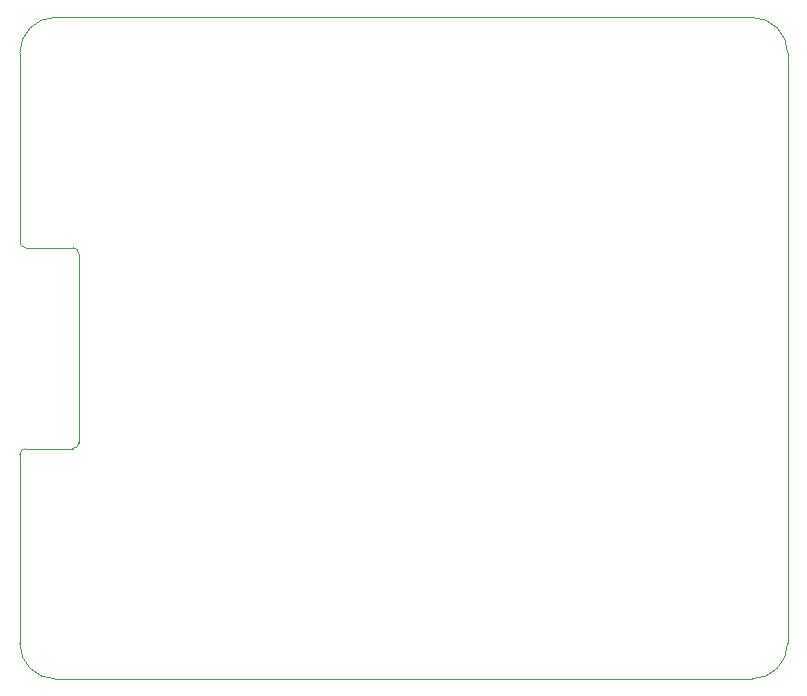
<source format=gbp>
G04 #@! TF.GenerationSoftware,KiCad,Pcbnew,(5.1.6)-1*
G04 #@! TF.CreationDate,2020-10-08T21:16:19-06:00*
G04 #@! TF.ProjectId,raspi-quad-stepper-motor-module,72617370-692d-4717-9561-642d73746570,A*
G04 #@! TF.SameCoordinates,Original*
G04 #@! TF.FileFunction,Paste,Bot*
G04 #@! TF.FilePolarity,Positive*
%FSLAX46Y46*%
G04 Gerber Fmt 4.6, Leading zero omitted, Abs format (unit mm)*
G04 Created by KiCad (PCBNEW (5.1.6)-1) date 2020-10-08 21:16:19*
%MOMM*%
%LPD*%
G01*
G04 APERTURE LIST*
G04 #@! TA.AperFunction,Profile*
%ADD10C,0.100000*%
G04 #@! TD*
G04 APERTURE END LIST*
D10*
X105600000Y-93000000D02*
G75*
G03*
X105100000Y-92500000I-500000J0D01*
G01*
X105100000Y-92500000D02*
X101100000Y-92500000D01*
X101099127Y-109500001D02*
G75*
G03*
X100600000Y-110000000I873J-499999D01*
G01*
X105100000Y-109500000D02*
G75*
G03*
X105600000Y-109000000I0J500000D01*
G01*
X100600000Y-92000000D02*
G75*
G03*
X101100000Y-92500000I500000J0D01*
G01*
X100600000Y-76000000D02*
X100600000Y-92000000D01*
X165600000Y-76000000D02*
G75*
G03*
X162600000Y-73000000I-3000000J0D01*
G01*
X162600000Y-129000000D02*
G75*
G03*
X165600000Y-126000000I0J3000000D01*
G01*
X100600000Y-126000000D02*
G75*
G03*
X103600000Y-129000000I3000000J0D01*
G01*
X103600000Y-73000000D02*
G75*
G03*
X100600000Y-76000000I0J-3000000D01*
G01*
X162600000Y-73000000D02*
X103600000Y-73000000D01*
X105100000Y-109500000D02*
X101100000Y-109500000D01*
X105600000Y-93000000D02*
X105600000Y-109000000D01*
X165600000Y-126000000D02*
X165600000Y-76000000D01*
X103600000Y-129000000D02*
X162600000Y-129000000D01*
X100600000Y-110000000D02*
X100600000Y-126000000D01*
M02*

</source>
